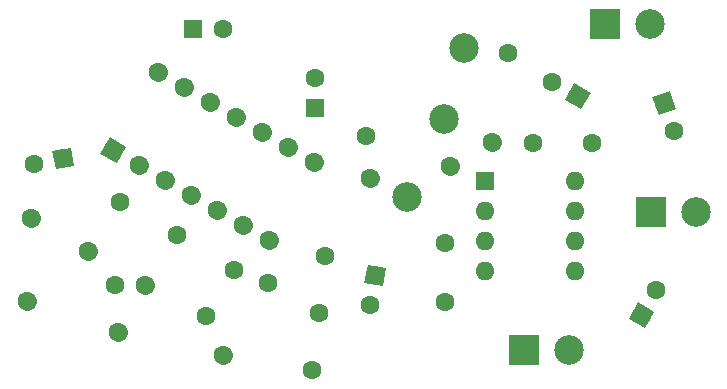
<source format=gbr>
G04 #@! TF.GenerationSoftware,KiCad,Pcbnew,(5.1.2-1)-1*
G04 #@! TF.CreationDate,2021-07-19T19:49:03-04:00*
G04 #@! TF.ProjectId,Psycho LFO - CGS,50737963-686f-4204-9c46-4f202d204347,rev?*
G04 #@! TF.SameCoordinates,Original*
G04 #@! TF.FileFunction,Copper,L1,Top*
G04 #@! TF.FilePolarity,Positive*
%FSLAX46Y46*%
G04 Gerber Fmt 4.6, Leading zero omitted, Abs format (unit mm)*
G04 Created by KiCad (PCBNEW (5.1.2-1)-1) date 2021-07-19 19:49:03*
%MOMM*%
%LPD*%
G04 APERTURE LIST*
%ADD10C,1.600000*%
%ADD11C,1.600000*%
%ADD12C,0.100000*%
%ADD13R,1.600000X1.600000*%
%ADD14C,2.499360*%
%ADD15R,2.499360X2.499360*%
%ADD16O,1.600000X1.600000*%
G04 APERTURE END LIST*
D10*
X54328258Y-28387193D03*
D11*
X54328258Y-28387193D02*
X54328258Y-28387193D01*
D10*
X47167800Y-25781000D03*
X62960536Y-21203600D03*
X65125600Y-22453600D03*
D12*
G36*
X66218420Y-22160780D02*
G01*
X65418420Y-23546420D01*
X64032780Y-22746420D01*
X64832780Y-21360780D01*
X66218420Y-22160780D01*
X66218420Y-22160780D01*
G37*
D10*
X42849800Y-20918800D03*
D13*
X42849800Y-23418800D03*
D10*
X47546480Y-40079419D03*
X47980600Y-37617400D03*
D12*
G36*
X47331672Y-36690635D02*
G01*
X48907365Y-36968472D01*
X48629528Y-38544165D01*
X47053835Y-38266328D01*
X47331672Y-36690635D01*
X47331672Y-36690635D01*
G37*
D10*
X35062800Y-16789400D03*
D13*
X32562800Y-16789400D03*
D10*
X19102581Y-28145520D03*
X21564600Y-27711400D03*
D12*
G36*
X22213528Y-26784635D02*
G01*
X22491365Y-28360328D01*
X20915672Y-28638165D01*
X20637835Y-27062472D01*
X22213528Y-26784635D01*
X22213528Y-26784635D01*
G37*
D14*
X50622200Y-31013400D03*
X53822600Y-24384000D03*
D10*
X38900673Y-38292400D03*
X43230800Y-40792400D03*
X61294000Y-26441400D03*
X66294000Y-26441400D03*
X53898800Y-34899600D03*
X53898800Y-39899600D03*
X72440800Y-23012400D03*
D12*
G36*
X71415430Y-22534262D02*
G01*
X72918938Y-21987030D01*
X73466170Y-23490538D01*
X71962662Y-24037770D01*
X71415430Y-22534262D01*
X71415430Y-22534262D01*
G37*
D10*
X73295850Y-25361632D03*
X71760400Y-38830536D03*
X70510400Y-40995600D03*
D12*
G36*
X70803220Y-42088420D02*
G01*
X69417580Y-41288420D01*
X70217580Y-39902780D01*
X71603220Y-40702780D01*
X70803220Y-42088420D01*
X70803220Y-42088420D01*
G37*
D15*
X67386200Y-16306800D03*
D14*
X71196200Y-16306800D03*
D15*
X60528200Y-43891200D03*
D14*
X64338200Y-43891200D03*
X75082400Y-32207200D03*
D15*
X71272400Y-32207200D03*
D14*
X55473600Y-18389600D03*
D10*
X26333399Y-31411385D03*
X18829164Y-32734584D03*
D11*
X18829164Y-32734584D02*
X18829164Y-32734584D01*
D10*
X23681214Y-35506586D03*
D11*
X23681214Y-35506586D02*
X23681214Y-35506586D01*
D10*
X31185449Y-34183387D03*
X35970597Y-37122070D03*
X28466362Y-38445269D03*
D11*
X28466362Y-38445269D02*
X28466362Y-38445269D01*
D10*
X18463892Y-39768055D03*
D11*
X18463892Y-39768055D02*
X18463892Y-39768055D01*
D10*
X25968127Y-38444856D03*
X35091565Y-44320601D03*
D11*
X35091565Y-44320601D02*
X35091565Y-44320601D01*
D10*
X42595800Y-45643800D03*
X33675300Y-41046841D03*
X26171065Y-42370040D03*
D11*
X26171065Y-42370040D02*
X26171065Y-42370040D01*
D10*
X43688000Y-35991800D03*
X47498000Y-29392686D03*
D11*
X47498000Y-29392686D02*
X47498000Y-29392686D01*
D10*
X59207400Y-18770600D03*
X57884201Y-26274835D03*
D11*
X57884201Y-26274835D02*
X57884201Y-26274835D01*
D10*
X25789010Y-27020294D03*
D12*
G36*
X26081830Y-28113114D02*
G01*
X24696190Y-27313114D01*
X25496190Y-25927474D01*
X26881830Y-26727474D01*
X26081830Y-28113114D01*
X26081830Y-28113114D01*
G37*
D10*
X42797237Y-28041180D03*
D11*
X42797237Y-28041180D02*
X42797237Y-28041180D01*
D10*
X27988715Y-28290294D03*
D11*
X27988715Y-28290294D02*
X27988715Y-28290294D01*
D10*
X40597533Y-26771180D03*
D11*
X40597533Y-26771180D02*
X40597533Y-26771180D01*
D10*
X30188419Y-29560294D03*
D11*
X30188419Y-29560294D02*
X30188419Y-29560294D01*
D10*
X38397828Y-25501180D03*
D11*
X38397828Y-25501180D02*
X38397828Y-25501180D01*
D10*
X32388124Y-30830294D03*
D11*
X32388124Y-30830294D02*
X32388124Y-30830294D01*
D10*
X36198124Y-24231180D03*
D11*
X36198124Y-24231180D02*
X36198124Y-24231180D01*
D10*
X34587828Y-32100294D03*
D11*
X34587828Y-32100294D02*
X34587828Y-32100294D01*
D10*
X33998419Y-22961180D03*
D11*
X33998419Y-22961180D02*
X33998419Y-22961180D01*
D10*
X36787533Y-33370294D03*
D11*
X36787533Y-33370294D02*
X36787533Y-33370294D01*
D10*
X31798715Y-21691180D03*
D11*
X31798715Y-21691180D02*
X31798715Y-21691180D01*
D10*
X38987237Y-34640294D03*
D11*
X38987237Y-34640294D02*
X38987237Y-34640294D01*
D10*
X29599010Y-20421180D03*
D11*
X29599010Y-20421180D02*
X29599010Y-20421180D01*
D13*
X57277000Y-29641800D03*
D16*
X64897000Y-37261800D03*
X57277000Y-32181800D03*
X64897000Y-34721800D03*
X57277000Y-34721800D03*
X64897000Y-32181800D03*
X57277000Y-37261800D03*
X64897000Y-29641800D03*
M02*

</source>
